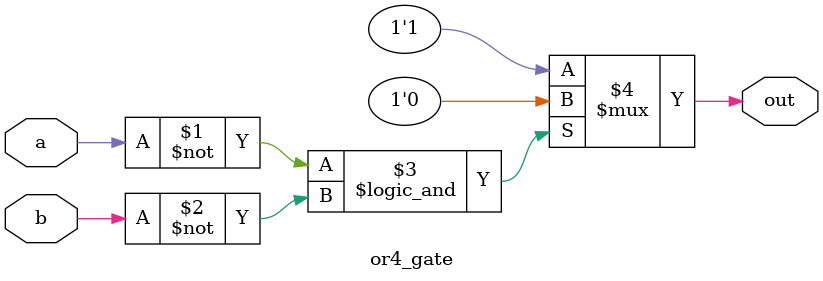
<source format=v>
module or4_gate (
  input a,
  input b,
  output out
);

  assign out = (a == 1'b0 && b == 1'b0) ? 1'b0 : 1'b1; // Check both bits are low

endmodule

</source>
